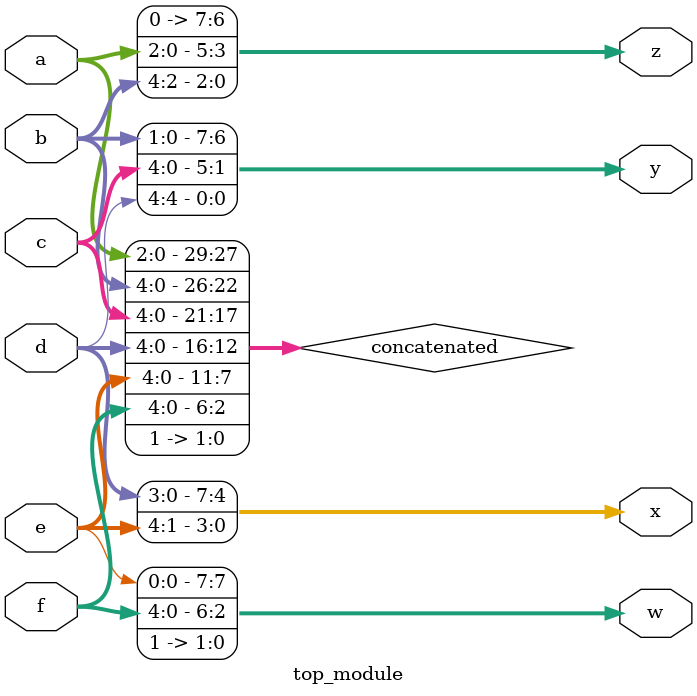
<source format=sv>
module top_module (
    input [4:0] a,
    input [4:0] b,
    input [4:0] c,
    input [4:0] d,
    input [4:0] e,
    input [4:0] f,
    output [7:0] w,
    output [7:0] x,
    output [7:0] y,
    output [7:0] z
);

wire [29:0] concatenated;

assign concatenated = {a, b, c, d, e, f, 2'b11};

assign w = concatenated[7:0];
assign x = concatenated[15:8];
assign y = concatenated[23:16];
assign z = {6'b000000, concatenated[29:24]};

endmodule

</source>
